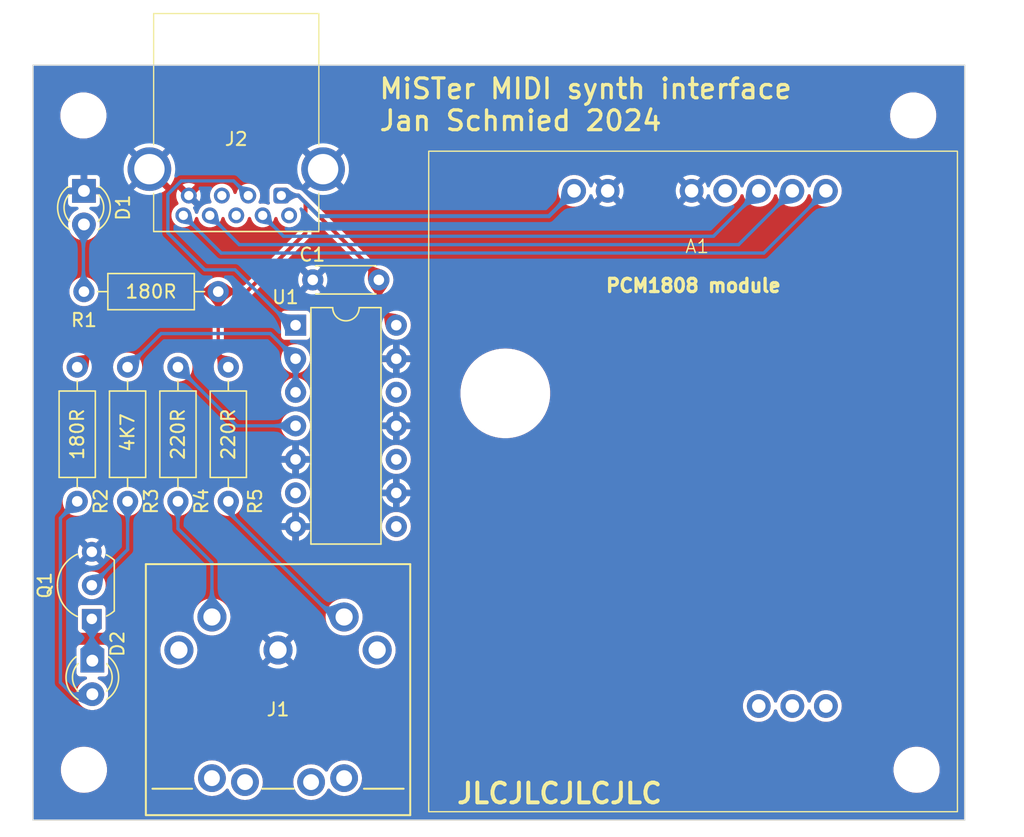
<source format=kicad_pcb>
(kicad_pcb (version 20221018) (generator pcbnew)
  (layers (0 "F.Cu" signal) (31 "B.Cu" signal) (34 "B.Paste" user) (35 "F.Paste" user) (36 "B.SilkS" user "B.Silkscreen") (37 "F.SilkS" user "F.Silkscreen") (38 "B.Mask" user) (39 "F.Mask" user) (44 "Edge.Cuts" user))
  (net 0 "")
  (net 1 "+5V")
  (net 2 "GND")
  (net 3 "Net-(J1-Pad5)")
  (net 4 "Net-(D2-K)")
  (net 5 "Net-(J1-Pad4)")
  (net 6 "TX_TTL")
  (net 7 "Net-(R4-Pad2)")
  (net 11 "I2S_DAT")
  (net 12 "I2S_BCLK")
  (net 14 "I2S_WS")
  (net 16 "Net-(D1-A)")
  (net 17 "Net-(Q1-G)")
  (net 18 "ACT_LED")
  (net 27 "Net-(D2-A)")
  (footprint "Package_TO_SOT_THT:TO-92L_Inline_Wide" (layer "F.Cu") (at 115.062 109.738 90)
    (fp_text reference "Q1" (at 2.54 -3.56 90) (layer "F.SilkS"))
    (fp_text value "BS170")
    (fp_line (start 0.6 1.7) (end 4.45 1.7) (stroke (width 0.12)) (layer "F.SilkS"))
    (fp_arc (start 0.1836 -1.098807) (mid 1.143021 -2.192817) (end 2.54 -2.6) (stroke (width 0.12)) (layer "F.SilkS"))
    (fp_arc (start 0.6 1.7) (mid 0.389183 1.423933) (end 0.217369 1.122045) (stroke (width 0.12)) (layer "F.SilkS"))
    (fp_arc (start 2.54 -2.6) (mid 3.936979 -2.192818) (end 4.8964 -1.098807) (stroke (width 0.12)) (layer "F.SilkS"))
    (fp_arc (start 4.842383 1.112264) (mid 4.666594 1.419753) (end 4.45 1.7) (stroke (width 0.12)) (layer "F.SilkS"))
    (pad "1" thru_hole rect (at 0 0 90) (size 1.5 1.5) (drill 0.8) (layers "*.Cu" "*.Mask") (net 4 "Net-(D2-K)"))
    (pad "2" thru_hole circle (at 2.54 0 90) (size 1.5 1.5) (drill 0.8) (layers "*.Cu" "*.Mask") (net 17 "Net-(Q1-G)"))
    (pad "3" thru_hole circle (at 5.08 0 90) (size 1.5 1.5) (drill 0.8) (layers "*.Cu" "*.Mask") (net 2 "GND"))
  )
  (footprint "Resistor_THT:R_Axial_DIN0207_L6.3mm_D2.5mm_P10.16mm_Horizontal" (layer "F.Cu") (at 124.627 84.963 180)
    (fp_text reference "R1" (at 10.16 -2.159) (layer "F.SilkS"))
    (fp_text value "180R" (at 5.08 0) (layer "F.SilkS"))
    (fp_line (start 1.04 0) (end 1.81 0) (stroke (width 0.12)) (layer "F.SilkS"))
    (fp_line (start 1.81 -1.37) (end 1.81 1.37) (stroke (width 0.12)) (layer "F.SilkS"))
    (fp_line (start 1.81 1.37) (end 8.35 1.37) (stroke (width 0.12)) (layer "F.SilkS"))
    (fp_line (start 8.35 -1.37) (end 1.81 -1.37) (stroke (width 0.12)) (layer "F.SilkS"))
    (fp_line (start 8.35 1.37) (end 8.35 -1.37) (stroke (width 0.12)) (layer "F.SilkS"))
    (fp_line (start 9.12 0) (end 8.35 0) (stroke (width 0.12)) (layer "F.SilkS"))
    (pad "1" thru_hole circle (at 0 0 180) (size 1.6 1.6) (drill 0.8) (layers "*.Cu" "*.Mask") (net 1 "+5V"))
    (pad "2" thru_hole oval (at 10.16 0 180) (size 1.6 1.6) (drill 0.8) (layers "*.Cu" "*.Mask") (net 16 "Net-(D1-A)"))
  )
  (footprint "MountingHole:MountingHole_3mm" (layer "F.Cu") (at 114.427 71.628)
    (fp_text reference "H1" hide)
    (fp_text value "MountingHole" hide)
    (pad "" np_thru_hole circle (at 0 0) (size 3 3) (drill 3) (layers "*.Cu" "*.Mask"))
  )
  (footprint "Package_DIP:DIP-14_W7.62mm" (layer "F.Cu") (at 130.479 87.503)
    (fp_text reference "U1" (at -0.772 -2.117188) (layer "F.SilkS"))
    (fp_text value "74HCT14N")
    (fp_line (start 1.16 -1.33) (end 1.16 16.57) (stroke (width 0.12)) (layer "F.SilkS"))
    (fp_line (start 1.16 16.57) (end 6.46 16.57) (stroke (width 0.12)) (layer "F.SilkS"))
    (fp_line (start 2.81 -1.33) (end 1.16 -1.33) (stroke (width 0.12)) (layer "F.SilkS"))
    (fp_line (start 6.46 -1.33) (end 4.81 -1.33) (stroke (width 0.12)) (layer "F.SilkS"))
    (fp_line (start 6.46 16.57) (end 6.46 -1.33) (stroke (width 0.12)) (layer "F.SilkS"))
    (fp_arc (start 4.81 -1.33) (mid 3.81 -0.33) (end 2.81 -1.33) (stroke (width 0.12)) (layer "F.SilkS"))
    (pad "1" thru_hole rect (at 0 0) (size 1.6 1.6) (drill 0.8) (layers "*.Cu" "*.Mask") (net 6 "TX_TTL"))
    (pad "2" thru_hole oval (at 0 2.54) (size 1.6 1.6) (drill 0.8) (layers "*.Cu" "*.Mask") (net 18 "ACT_LED"))
    (pad "3" thru_hole oval (at 0 5.08) (size 1.6 1.6) (drill 0.8) (layers "*.Cu" "*.Mask") (net 18 "ACT_LED"))
    (pad "4" thru_hole oval (at 0 7.62) (size 1.6 1.6) (drill 0.8) (layers "*.Cu" "*.Mask") (net 7 "Net-(R4-Pad2)"))
    (pad "5" thru_hole oval (at 0 10.16) (size 1.6 1.6) (drill 0.8) (layers "*.Cu" "*.Mask") (net 2 "GND"))
    (pad "6" thru_hole oval (at 0 12.7) (size 1.6 1.6) (drill 0.8) (layers "*.Cu" "*.Mask"))
    (pad "7" thru_hole oval (at 0 15.24) (size 1.6 1.6) (drill 0.8) (layers "*.Cu" "*.Mask") (net 2 "GND"))
    (pad "8" thru_hole oval (at 7.62 15.24) (size 1.6 1.6) (drill 0.8) (layers "*.Cu" "*.Mask"))
    (pad "9" thru_hole oval (at 7.62 12.7) (size 1.6 1.6) (drill 0.8) (layers "*.Cu" "*.Mask") (net 2 "GND"))
    (pad "10" thru_hole oval (at 7.62 10.16) (size 1.6 1.6) (drill 0.8) (layers "*.Cu" "*.Mask"))
    (pad "11" thru_hole oval (at 7.62 7.62) (size 1.6 1.6) (drill 0.8) (layers "*.Cu" "*.Mask") (net 2 "GND"))
    (pad "12" thru_hole oval (at 7.62 5.08) (size 1.6 1.6) (drill 0.8) (layers "*.Cu" "*.Mask"))
    (pad "13" thru_hole oval (at 7.62 2.54) (size 1.6 1.6) (drill 0.8) (layers "*.Cu" "*.Mask") (net 2 "GND"))
    (pad "14" thru_hole oval (at 7.62 0) (size 1.6 1.6) (drill 0.8) (layers "*.Cu" "*.Mask") (net 1 "+5V"))
  )
  (footprint "MountingHole:MountingHole_5mm" (layer "F.Cu") (at 146.347 92.664)
    (fp_text reference "H5" hide)
    (fp_text value "MountingHole")
    (pad "" np_thru_hole circle (at 0 0) (size 6.3 6.3) (drill 6.3) (layers "F&B.Cu" "*.Mask"))
  )
  (footprint "5-Din:DIN-5-Variable" (layer "F.Cu") (at 129.152 112.093 180)
    (fp_text reference "J1" (at 0 -4.5) (layer "F.SilkS"))
    (fp_text value "MIDI out")
    (fp_line (start -10 -12.5) (end -10 6.5) (stroke (width 0.15)) (layer "F.SilkS"))
    (fp_line (start -10 6.5) (end 10 6.5) (stroke (width 0.15)) (layer "F.SilkS"))
    (fp_line (start -9.5 -10.5) (end -6.5 -10.5) (stroke (width 0.15)) (layer "F.SilkS"))
    (fp_line (start -1.2 -10.5) (end 1.2 -10.5) (stroke (width 0.15)) (layer "F.SilkS"))
    (fp_line (start 6.5 -10.5) (end 9.5 -10.5) (stroke (width 0.15)) (layer "F.SilkS"))
    (fp_line (start 10 -12.5) (end -10 -12.5) (stroke (width 0.15)) (layer "F.SilkS"))
    (fp_line (start 10 6.5) (end 10 -12.5) (stroke (width 0.15)) (layer "F.SilkS"))
    (pad "" thru_hole circle (at -5 -9.7 180) (size 2.1 2.1) (drill 1.2) (layers "*.Cu" "*.Mask"))
    (pad "" thru_hole circle (at -2.5 -10 180) (size 2.1 2.1) (drill 1.2) (layers "*.Cu" "*.Mask"))
    (pad "" thru_hole circle (at 2.5 -10 180) (size 2.1 2.1) (drill 1.2) (layers "*.Cu" "*.Mask"))
    (pad "" thru_hole circle (at 5 -9.7 180) (size 2.1 2.1) (drill 1.2) (layers "*.Cu" "*.Mask"))
    (pad "1" thru_hole circle (at -7.5 0 180) (size 2.2 2.2) (drill 1.3) (layers "*.Cu" "*.Mask") (clearance 0.3))
    (pad "2" thru_hole circle (at 0 0 180) (size 2.2 2.2) (drill 1.3) (layers "*.Cu" "*.Mask") (net 2 "GND") (clearance 0.3))
    (pad "3" thru_hole circle (at 7.5 0 180) (size 2.2 2.2) (drill 1.3) (layers "*.Cu" "*.Mask") (clearance 0.3))
    (pad "4" thru_hole circle (at -5 2.5 180) (size 2.2 2.2) (drill 1.3) (layers "*.Cu" "*.Mask") (net 5 "Net-(J1-Pad4)") (clearance 0.3))
    (pad "5" thru_hole circle (at 5 2.5 180) (size 2.2 2.2) (drill 1.3) (layers "*.Cu" "*.Mask") (net 3 "Net-(J1-Pad5)") (clearance 0.3))
  )
  (footprint "Resistor_THT:R_Axial_DIN0207_L6.3mm_D2.5mm_P10.16mm_Horizontal" (layer "F.Cu") (at 121.579 100.838 90)
    (fp_text reference "R4" (at 0 1.778 90) (layer "F.SilkS"))
    (fp_text value "220R" (at 5.08 0 90) (layer "F.SilkS"))
    (fp_line (start 1.04 0) (end 1.81 0) (stroke (width 0.12)) (layer "F.SilkS"))
    (fp_line (start 1.81 -1.37) (end 1.81 1.37) (stroke (width 0.12)) (layer "F.SilkS"))
    (fp_line (start 1.81 1.37) (end 8.35 1.37) (stroke (width 0.12)) (layer "F.SilkS"))
    (fp_line (start 8.35 -1.37) (end 1.81 -1.37) (stroke (width 0.12)) (layer "F.SilkS"))
    (fp_line (start 8.35 1.37) (end 8.35 -1.37) (stroke (width 0.12)) (layer "F.SilkS"))
    (fp_line (start 9.12 0) (end 8.35 0) (stroke (width 0.12)) (layer "F.SilkS"))
    (pad "1" thru_hole circle (at 0 0 90) (size 1.6 1.6) (drill 0.8) (layers "*.Cu" "*.Mask") (net 3 "Net-(J1-Pad5)"))
    (pad "2" thru_hole oval (at 10.16 0 90) (size 1.6 1.6) (drill 0.8) (layers "*.Cu" "*.Mask") (net 7 "Net-(R4-Pad2)"))
  )
  (footprint "MountingHole:MountingHole_3mm" (layer "F.Cu") (at 177.205 71.628)
    (fp_text reference "H3" hide)
    (fp_text value "MountingHole")
    (pad "" np_thru_hole circle (at 0 0) (size 3 3) (drill 3) (layers "*.Cu" "*.Mask"))
  )
  (footprint "MountingHole:MountingHole_3mm" (layer "F.Cu") (at 177.459 121.158)
    (fp_text reference "H4" hide)
    (fp_text value "MountingHole")
    (pad "" np_thru_hole circle (at 0 0) (size 3 3) (drill 3) (layers "*.Cu" "*.Mask"))
  )
  (footprint "LED_THT:LED_D3.0mm" (layer "F.Cu") (at 114.467 77.338 -90)
    (fp_text reference "D1" (at 1.27 -2.96 90) (layer "F.SilkS"))
    (fp_text value "LED")
    (fp_line (start -0.29 -1.236) (end -0.29 -1.13) (stroke (width 0.12)) (layer "F.SilkS"))
    (fp_line (start -0.29 1.15) (end -0.29 1.236) (stroke (width 0.12)) (layer "F.SilkS"))
    (fp_arc (start -0.29 -1.235516) (mid 1.366487 -1.987659) (end 2.942335 -1.078608) (stroke (width 0.12)) (layer "F.SilkS"))
    (fp_arc (start 0.300001 -1.139999) (mid 1.316504 -1.496106) (end 2.308929 -1.077555) (stroke (width 0.12)) (layer "F.SilkS"))
    (fp_arc (start 2.313441 1.082233) (mid 1.3129 1.502717) (end 0.29 1.14) (stroke (width 0.12)) (layer "F.SilkS"))
    (fp_arc (start 2.942335 1.078608) (mid 1.366487 1.987659) (end -0.29 1.235516) (stroke (width 0.12)) (layer "F.SilkS"))
    (pad "1" thru_hole rect (at 0 0 270) (size 1.8 1.8) (drill 0.9) (layers "*.Cu" "*.Mask") (net 2 "GND"))
    (pad "2" thru_hole circle (at 2.54 0 270) (size 1.8 1.8) (drill 0.9) (layers "*.Cu" "*.Mask") (net 16 "Net-(D1-A)"))
  )
  (footprint "PCM1808_module:USB3_A_Confly_1095-05" (layer "F.Cu") (at 132.56 75.692 180)
    (fp_text reference "J2" (at 6.57 2.28) (layer "F.SilkS"))
    (fp_text value "USB3_A")
    (fp_line (start 0.32 -4.72) (end 0.32 -1.83) (stroke (width 0.1)) (layer "F.SilkS"))
    (fp_line (start 0.32 1.85) (end 0.32 11.78) (stroke (width 0.1)) (layer "F.SilkS"))
    (fp_line (start 0.32 11.78) (end 12.82 11.78) (stroke (width 0.1)) (layer "F.SilkS"))
    (fp_line (start 0.33 -4.72) (end 12.81 -4.72) (stroke (width 0.12)) (layer "F.SilkS"))
    (fp_line (start 12.82 -4.72) (end 12.82 -1.83) (stroke (width 0.1)) (layer "F.SilkS"))
    (fp_line (start 12.82 1.86) (end 12.82 11.78) (stroke (width 0.1)) (layer "F.SilkS"))
    (pad "1" thru_hole roundrect (at 3.16 -2 180) (size 1.2 1.2) (drill 0.7) (layers "*.Cu" "*.Mask") (roundrect_rratio 0.2083333333) (net 1 "+5V"))
    (pad "2" thru_hole circle (at 5.66 -2 180) (size 1.2 1.2) (drill 0.7) (layers "*.Cu" "*.Mask") (net 6 "TX_TTL"))
    (pad "3" thru_hole circle (at 7.66 -2 180) (size 1.2 1.2) (drill 0.7) (layers "*.Cu" "*.Mask"))
    (pad "4" thru_hole circle (at 10.16 -2 180) (size 1.2 1.2) (drill 0.7) (layers "*.Cu" "*.Mask") (net 2 "GND"))
    (pad "5" thru_hole circle (at 10.57 -3.5 180) (size 1.2 1.2) (drill 0.7) (layers "*.Cu" "*.Mask") (net 11 "I2S_DAT"))
    (pad "6" thru_hole circle (at 8.57 -3.5 180) (size 1.2 1.2) (drill 0.7) (layers "*.Cu" "*.Mask") (net 12 "I2S_BCLK"))
    (pad "7" thru_hole circle (at 6.57 -3.5 180) (size 1.2 1.2) (drill 0.7) (layers "*.Cu" "*.Mask"))
    (pad "8" thru_hole circle (at 4.57 -3.5 180) (size 1.2 1.2) (drill 0.7) (layers "*.Cu" "*.Mask") (net 14 "I2S_WS"))
    (pad "9" thru_hole circle (at 2.57 -3.5 180) (size 1.2 1.2) (drill 0.7) (layers "*.Cu" "*.Mask"))
    (pad "10" thru_hole circle (at 0 0 180) (size 3.3 3.3) (drill 2.3) (layers "*.Cu" "*.Mask") (net 2 "GND"))
    (pad "10" thru_hole circle (at 13.14 0 180) (size 3.3 3.3) (drill 2.3) (layers "*.Cu" "*.Mask") (net 2 "GND"))
  )
  (footprint "MountingHole:MountingHole_3mm" (layer "F.Cu") (at 114.467 121.158)
    (fp_text reference "H2" hide)
    (fp_text value "MountingHole")
    (pad "" np_thru_hole circle (at 0 0) (size 3 3) (drill 3) (layers "*.Cu" "*.Mask"))
  )
  (footprint "LED_THT:LED_D3.0mm" (layer "F.Cu") (at 115.102 112.898 -90)
    (fp_text reference "D2" (at -1.27 -1.905 90) (layer "F.SilkS"))
    (fp_text value "LED")
    (fp_line (start -0.29 -1.236) (end -0.29 -1.235516) (stroke (width 0.12)) (layer "F.SilkS"))
    (fp_line (start -0.29 1.235516) (end -0.29 1.236) (stroke (width 0.12)) (layer "F.SilkS"))
    (fp_arc (start -0.29 -1.235516) (mid 1.366487 -1.987659) (end 2.942335 -1.078608) (stroke (width 0.12)) (layer "F.SilkS"))
    (fp_arc (start 0.229039 -1.08) (mid 1.270117 -1.5) (end 2.31113 -1.079837) (stroke (width 0.12)) (layer "F.SilkS"))
    (fp_arc (start 2.31113 1.079837) (mid 1.270117 1.5) (end 0.229039 1.08) (stroke (width 0.12)) (layer "F.SilkS"))
    (fp_arc (start 2.942335 1.078608) (mid 1.366487 1.987659) (end -0.29 1.235516) (stroke (width 0.12)) (layer "F.SilkS"))
    (pad "1" thru_hole rect (at 0 0 270) (size 1.8 1.8) (drill 0.9) (layers "*.Cu" "*.Mask") (net 4 "Net-(D2-K)"))
    (pad "2" thru_hole circle (at 2.54 0 270) (size 1.8 1.8) (drill 0.9) (layers "*.Cu" "*.Mask") (net 27 "Net-(D2-A)"))
  )
  (footprint "Resistor_THT:R_Axial_DIN0207_L6.3mm_D2.5mm_P10.16mm_Horizontal" (layer "F.Cu") (at 117.769 90.678 -90)
    (fp_text reference "R3" (at 10.16 -1.778 90) (layer "F.SilkS"))
    (fp_text value "4K7" (at 4.953 0 90) (layer "F.SilkS"))
    (fp_line (start 1.04 0) (end 1.81 0) (stroke (width 0.12)) (layer "F.SilkS"))
    (fp_line (start 1.81 -1.37) (end 1.81 1.37) (stroke (width 0.12)) (layer "F.SilkS"))
    (fp_line (start 1.81 1.37) (end 8.35 1.37) (stroke (width 0.12)) (layer "F.SilkS"))
    (fp_line (start 8.35 -1.37) (end 1.81 -1.37) (stroke (width 0.12)) (layer "F.SilkS"))
    (fp_line (start 8.35 1.37) (end 8.35 -1.37) (stroke (width 0.12)) (layer "F.SilkS"))
    (fp_line (start 9.12 0) (end 8.35 0) (stroke (width 0.12)) (layer "F.SilkS"))
    (pad "1" thru_hole circle (at 0 0 270) (size 1.6 1.6) (drill 0.8) (layers "*.Cu" "*.Mask") (net 18 "ACT_LED"))
    (pad "2" thru_hole oval (at 10.16 0 270) (size 1.6 1.6) (drill 0.8) (layers "*.Cu" "*.Mask") (net 17 "Net-(Q1-G)"))
  )
  (footprint "Capacitor_THT:C_Disc_D4.3mm_W1.9mm_P5.00mm" (layer "F.Cu") (at 136.779 84.074 180)
    (fp_text reference "C1" (at 5.04 1.905) (layer "F.SilkS"))
    (fp_text value "100n")
    (fp_line (start 0.23 -1.07) (end 0.23 -1.055) (stroke (width 0.12)) (layer "F.SilkS"))
    (fp_line (start 0.23 -1.07) (end 4.77 -1.07) (stroke (width 0.12)) (layer "F.SilkS"))
    (fp_line (start 0.23 1.055) (end 0.23 1.07) (stroke (width 0.12)) (layer "F.SilkS"))
    (fp_line (start 0.23 1.07) (end 4.77 1.07) (stroke (width 0.12)) (layer "F.SilkS"))
    (fp_line (start 4.77 -1.07) (end 4.77 -1.055) (stroke (width 0.12)) (layer "F.SilkS"))
    (fp_line (start 4.77 1.055) (end 4.77 1.07) (stroke (width 0.12)) (layer "F.SilkS"))
    (pad "1" thru_hole circle (at 0 0 180) (size 1.6 1.6) (drill 0.8) (layers "*.Cu" "*.Mask") (net 1 "+5V"))
    (pad "2" thru_hole circle (at 5 0 180) (size 1.6 1.6) (drill 0.8) (layers "*.Cu" "*.Mask") (net 2 "GND"))
  )
  (footprint "PCM1808_module:PCM1808_module_upside_down" (layer "F.Cu") (at 140.551 74.332)
    (fp_text reference "A1" (at 20.31 7.21 unlocked) (layer "F.SilkS") (effects (font (thickness 0.1))))
    (fp_text value "PCM1808 module")
    (fp_rect (start 40 0) (end 0 50) (stroke (width 0.1)) (fill none) (layer "F.SilkS"))
    (pad "1" thru_hole circle (at 30.05 3) (size 1.8 1.8) (drill 1.02) (layers "*.Cu" "*.Mask") (net 11 "I2S_DAT"))
    (pad "2" thru_hole circle (at 27.51 3) (size 1.8 1.8) (drill 1.02) (layers "*.Cu" "*.Mask") (net 12 "I2S_BCLK"))
    (pad "3" thru_hole circle (at 24.97 3) (size 1.8 1.8) (drill 1.02) (layers "*.Cu" "*.Mask") (net 14 "I2S_WS"))
    (pad "4" thru_hole circle (at 22.43 3) (size 1.8 1.8) (drill 1.02) (layers "*.Cu" "*.Mask"))
    (pad "5" thru_hole circle (at 19.89 3) (size 1.8 1.8) (drill 1.02) (layers "*.Cu" "*.Mask") (net 2 "GND"))
    (pad "6" thru_hole circle (at 13.54 3) (size 1.8 1.8) (drill 1.02) (layers "*.Cu" "*.Mask") (net 2 "GND"))
    (pad "7" thru_hole circle (at 11 3) (size 1.8 1.8) (drill 1.02) (layers "*.Cu" "*.Mask") (net 1 "+5V"))
    (pad "8" thru_hole circle (at 30.05 42) (size 1.8 1.8) (drill 1.02) (layers "*.Cu" "*.Mask"))
    (pad "9" thru_hole circle (at 27.51 42) (size 1.8 1.8) (drill 1.02) (layers "*.Cu" "*.Mask"))
    (pad "10" thru_hole circle (at 24.97 42) (size 1.8 1.8) (drill 1.02) (layers "*.Cu" "*.Mask"))
  )
  (footprint "Resistor_THT:R_Axial_DIN0207_L6.3mm_D2.5mm_P10.16mm_Horizontal" (layer "F.Cu") (at 125.389 90.678 -90)
    (fp_text reference "R5" (at 10.16 -2.032 90) (layer "F.SilkS"))
    (fp_text value "220R" (at 5.08 0 90) (layer "F.SilkS"))
    (fp_line (start 1.04 0) (end 1.81 0) (stroke (width 0.12)) (layer "F.SilkS"))
    (fp_line (start 1.81 -1.37) (end 1.81 1.37) (stroke (width 0.12)) (layer "F.SilkS"))
    (fp_line (start 1.81 1.37) (end 8.35 1.37) (stroke (width 0.12)) (layer "F.SilkS"))
    (fp_line (start 8.35 -1.37) (end 1.81 -1.37) (stroke (width 0.12)) (layer "F.SilkS"))
    (fp_line (start 8.35 1.37) (end 8.35 -1.37) (stroke (width 0.12)) (layer "F.SilkS"))
    (fp_line (start 9.12 0) (end 8.35 0) (stroke (width 0.12)) (layer "F.SilkS"))
    (pad "1" thru_hole circle (at 0 0 270) (size 1.6 1.6) (drill 0.8) (layers "*.Cu" "*.Mask") (net 1 "+5V"))
    (pad "2" thru_hole oval (at 10.16 0 270) (size 1.6 1.6) (drill 0.8) (layers "*.Cu" "*.Mask") (net 5 "Net-(J1-Pad4)"))
  )
  (footprint "Resistor_THT:R_Axial_DIN0207_L6.3mm_D2.5mm_P10.16mm_Horizontal" (layer "F.Cu") (at 113.959 90.678 -90)
    (fp_text reference "R2" (at 10.16 -1.778 -270) (layer "F.SilkS"))
    (fp_text value "180R" (at 5.08 0 -270) (layer "F.SilkS"))
    (fp_line (start 1.04 0) (end 1.81 0) (stroke (width 0.12)) (layer "F.SilkS"))
    (fp_line (start 1.81 -1.37) (end 1.81 1.37) (stroke (width 0.12)) (layer "F.SilkS"))
    (fp_line (start 1.81 1.37) (end 8.35 1.37) (stroke (width 0.12)) (layer "F.SilkS"))
    (fp_line (start 8.35 -1.37) (end 1.81 -1.37) (stroke (width 0.12)) (layer "F.SilkS"))
    (fp_line (start 8.35 1.37) (end 8.35 -1.37) (stroke (width 0.12)) (layer "F.SilkS"))
    (fp_line (start 9.12 0) (end 8.35 0) (stroke (width 0.12)) (layer "F.SilkS"))
    (pad "1" thru_hole circle (at 0 0 270) (size 1.6 1.6) (drill 0.8) (layers "*.Cu" "*.Mask") (net 1 "+5V"))
    (pad "2" thru_hole oval (at 10.16 0 270) (size 1.6 1.6) (drill 0.8) (layers "*.Cu" "*.Mask") (net 27 "Net-(D2-A)"))
  )
  (gr_rect (start 110.617 67.818) (end 181.102 124.968) (stroke (width 0.1)) (fill none) (layer "Edge.Cuts"))
  (gr_text "JLCJLCJLCJLC" (at 142.534 123.825) (layer "F.SilkS") (effects (font (size 1.5 1.5) (thickness 0.3) bold) (justify left bottom)))
  (gr_text "MiSTer MIDI synth interface\nJan Schmied 2024" (at 136.692 72.898) (layer "F.SilkS") (effects (font (size 1.5 1.5) (thickness 0.25) bold) (justify left bottom)))
  (gr_text "PCM1808 module" (at 153.837 85.09) (layer "F.SilkS") (effects (font (size 1 1) (thickness 0.25) bold) (justify left bottom)))
  (segment (start 119.674 84.963) (end 124.627 84.963) (width 0.25) (layer "F.Cu") (net 1))
  (segment (start 131.231 80.518) (end 131.231 78.232) (width 0.3) (layer "F.Cu") (net 1))
  (segment (start 136.779 86.183) (end 136.779 84.074) (width 0.3) (layer "F.Cu") (net 1))
  (segment (start 136.779 83.78) (end 130.691 77.692) (width 0.3) (layer "F.Cu") (net 1))
  (segment (start 124.627 84.963) (end 124.627 89.916) (width 0.25) (layer "F.Cu") (net 1))
  (segment (start 136.779 84.074) (end 136.779 83.78) (width 0.3) (layer "F.Cu") (net 1))
  (segment (start 130.691 77.692) (end 129.4 77.692) (width 0.3) (layer "F.Cu") (net 1))
  (segment (start 124.627 84.963) (end 126.786 84.963) (width 0.3) (layer "F.Cu") (net 1))
  (segment (start 124.627 89.916) (end 125.389 90.678) (width 0.3) (layer "F.Cu") (net 1))
  (segment (start 138.099 87.503) (end 136.779 86.183) (width 0.3) (layer "F.Cu") (net 1))
  (segment (start 126.786 84.963) (end 131.231 80.518) (width 0.3) (layer "F.Cu") (net 1))
  (segment (start 113.959 90.678) (end 119.674 84.963) (width 0.25) (layer "F.Cu") (net 1))
  (segment (start 129.4 77.692) (end 130.691 77.692) (width 0.3) (layer "B.Cu") (net 1))
  (segment (start 132.247 79.248) (end 149.646 79.248) (width 0.3) (layer "B.Cu") (net 1))
  (segment (start 149.646 79.248) (end 151.551 77.343) (width 0.3) (layer "B.Cu") (net 1))
  (segment (start 130.691 77.692) (end 132.247 79.248) (width 0.3) (layer "B.Cu") (net 1))
  (segment (start 157.967 77.023) (end 157.967 76.708) (width 0.3) (layer "B.Cu") (net 2))
  (segment (start 121.579 102.91) (end 121.579 100.838) (width 0.25) (layer "B.Cu") (net 3))
  (segment (start 124.152 105.483) (end 121.579 102.91) (width 0.25) (layer "B.Cu") (net 3))
  (segment (start 124.152 109.593) (end 124.152 105.483) (width 0.25) (layer "B.Cu") (net 3))
  (segment (start 115.062 109.738) (end 115.062 112.858) (width 0.25) (layer "B.Cu") (net 4))
  (segment (start 115.062 112.858) (end 115.102 112.898) (width 0.25) (layer "B.Cu") (net 4))
  (segment (start 125.389 100.838) (end 125.389 101.64) (width 0.25) (layer "B.Cu") (net 5))
  (segment (start 133.342 109.593) (end 134.152 109.593) (width 0.25) (layer "B.Cu") (net 5))
  (segment (start 125.389 101.64) (end 133.342 109.593) (width 0.25) (layer "B.Cu") (net 5))
  (segment (start 130.088 87.503) (end 125.897 83.312) (width 0.25) (layer "B.Cu") (net 6))
  (segment (start 120.817 77.597) (end 121.833 76.581) (width 0.25) (layer "B.Cu") (net 6))
  (segment (start 121.833 76.581) (end 125.789 76.581) (width 0.25) (layer "B.Cu") (net 6))
  (segment (start 125.789 76.581) (end 126.9 77.692) (width 0.25) (layer "B.Cu") (net 6))
  (segment (start 123.611 83.312) (end 120.817 80.518) (width 0.25) (layer "B.Cu") (net 6))
  (segment (start 130.479 87.503) (end 130.088 87.503) (width 0.25) (layer "B.Cu") (net 6))
  (segment (start 120.817 80.518) (end 120.817 77.597) (width 0.25) (layer "B.Cu") (net 6))
  (segment (start 125.897 83.312) (end 123.611 83.312) (width 0.25) (layer "B.Cu") (net 6))
  (segment (start 130.479 95.123) (end 126.024 95.123) (width 0.25) (layer "B.Cu") (net 7))
  (segment (start 126.024 95.123) (end 121.579 90.678) (width 0.25) (layer "B.Cu") (net 7))
  (segment (start 165.902 82.042) (end 124.851 82.042) (width 0.25) (layer "B.Cu") (net 11))
  (segment (start 122.057 79.248) (end 122.062 79.248) (width 0.25) (layer "B.Cu") (net 11))
  (segment (start 170.601 77.343) (end 165.902 82.042) (width 0.25) (layer "B.Cu") (net 11))
  (segment (start 124.851 82.042) (end 122.057 79.248) (width 0.25) (layer "B.Cu") (net 11))
  (segment (start 170.667 76.708) (end 170.667 76.896) (width 0.25) (layer "B.Cu") (net 11))
  (segment (start 168.061 77.343) (end 163.997 81.407) (width 0.25) (layer "B.Cu") (net 12))
  (segment (start 168.127 76.708) (end 168.127 76.769) (width 0.25) (layer "B.Cu") (net 12))
  (segment (start 124.057 79.248) (end 124.062 79.248) (width 0.25) (layer "B.Cu") (net 12))
  (segment (start 163.997 81.407) (end 126.216 81.407) (width 0.25) (layer "B.Cu") (net 12))
  (segment (start 126.216 81.407) (end 124.057 79.248) (width 0.25) (layer "B.Cu") (net 12))
  (segment (start 165.521 77.343) (end 162.092 80.772) (width 0.25) (layer "B.Cu") (net 14))
  (segment (start 129.57 80.772) (end 127.99 79.192) (width 0.25) (layer "B.Cu") (net 14))
  (segment (start 162.092 80.772) (end 129.57 80.772) (width 0.25) (layer "B.Cu") (net 14))
  (segment (start 114.427 79.888) (end 114.427 79.923) (width 0.25) (layer "B.Cu") (net 16))
  (segment (start 114.467 79.878) (end 114.467 79.883) (width 0.25) (layer "B.Cu") (net 16))
  (segment (start 114.427 79.923) (end 114.427 84.963) (width 0.25) (layer "B.Cu") (net 16))
  (segment (start 114.467 79.883) (end 114.427 79.923) (width 0.25) (layer "B.Cu") (net 16))
  (segment (start 117.769 100.838) (end 117.769 104.491) (width 0.25) (layer "B.Cu") (net 17))
  (segment (start 117.769 104.491) (end 115.062 107.198) (width 0.25) (layer "B.Cu") (net 17))
  (segment (start 130.479 92.583) (end 130.479 90.043) (width 0.25) (layer "B.Cu") (net 18))
  (segment (start 120.309 88.138) (end 117.769 90.678) (width 0.25) (layer "B.Cu") (net 18))
  (segment (start 130.479 90.043) (end 128.574 88.138) (width 0.25) (layer "B.Cu") (net 18))
  (segment (start 128.574 88.138) (end 120.309 88.138) (width 0.25) (layer "B.Cu") (net 18))
  (segment (start 115.102 115.438) (end 115.107 115.443) (width 0.25) (layer "B.Cu") (net 27))
  (segment (start 113.573 115.438) (end 112.689 114.554) (width 0.25) (layer "B.Cu") (net 27))
  (segment (start 112.689 114.554) (end 112.689 102.108) (width 0.25) (layer "B.Cu") (net 27))
  (segment (start 115.102 115.438) (end 113.573 115.438) (width 0.25) (layer "B.Cu") (net 27))
  (segment (start 112.689 102.108) (end 113.959 100.838) (width 0.25) (layer "B.Cu") (net 27))
  (zone (net 2) (net_name "GND") (layer "F.Cu") (connect_pads (clearance 0.3)) (min_thickness 0.25) (fill yes (thermal_gap 0.35) (thermal_bridge_width 0.5))
    (polygon (pts (xy 108.117 65.278) (xy 185.587 65.278) (xy 185.587 125.603) (xy 108.117 126.238)))
  )
  (zone (net 2) (net_name "GND") (layer "B.Cu") (priority 1) (connect_pads (clearance 0.3)) (min_thickness 0.25) (fill yes (thermal_gap 0.3) (thermal_bridge_width 0.5))
    (polygon (pts (xy 185.587 65.278) (xy 185.587 125.603) (xy 108.117 126.238) (xy 108.117 65.278)))
  )
)
</source>
